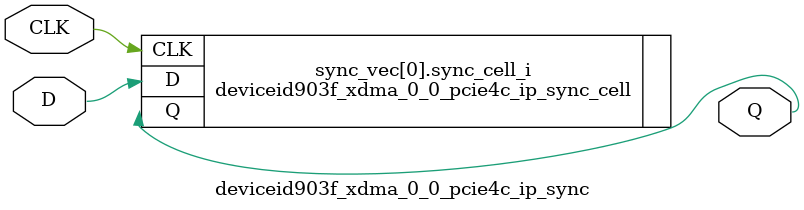
<source format=v>

`timescale 1ps / 1ps

(* DowngradeIPIdentifiedWarnings = "yes" *)
module deviceid903f_xdma_0_0_pcie4c_ip_sync #
(
    parameter integer WIDTH = 1, 
    parameter integer STAGE = 3
)
(
    //-------------------------------------------------------------------------- 
    //  Input Ports
    //-------------------------------------------------------------------------- 
    input                               CLK,
    input       [WIDTH-1:0]             D,
    
    //-------------------------------------------------------------------------- 
    //  Output Ports
    //-------------------------------------------------------------------------- 
    output      [WIDTH-1:0]             Q
);                                                        



//--------------------------------------------------------------------------------------------------
//  Generate Synchronizer - Begin
//--------------------------------------------------------------------------------------------------
genvar i;

generate for (i=0; i<WIDTH; i=i+1) 

    begin : sync_vec

    //----------------------------------------------------------------------
    //  Synchronizer
    //----------------------------------------------------------------------
    deviceid903f_xdma_0_0_pcie4c_ip_sync_cell #
    (
        .STAGE                          (STAGE)
    )    
    sync_cell_i
    (
        //------------------------------------------------------------------
        //  Input Ports
        //------------------------------------------------------------------
        .CLK                            (CLK),
        .D                              (D[i]),

        //------------------------------------------------------------------
        //  Output Ports
        //------------------------------------------------------------------
        .Q                              (Q[i])
    );
 
    end   
      
endgenerate 
//--------------------------------------------------------------------------------------------------
//  Generate - End
//--------------------------------------------------------------------------------------------------



endmodule

</source>
